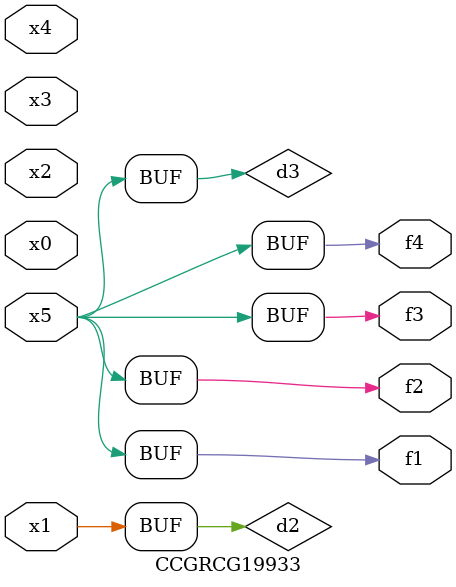
<source format=v>
module CCGRCG19933(
	input x0, x1, x2, x3, x4, x5,
	output f1, f2, f3, f4
);

	wire d1, d2, d3;

	not (d1, x5);
	or (d2, x1);
	xnor (d3, d1);
	assign f1 = d3;
	assign f2 = d3;
	assign f3 = d3;
	assign f4 = d3;
endmodule

</source>
